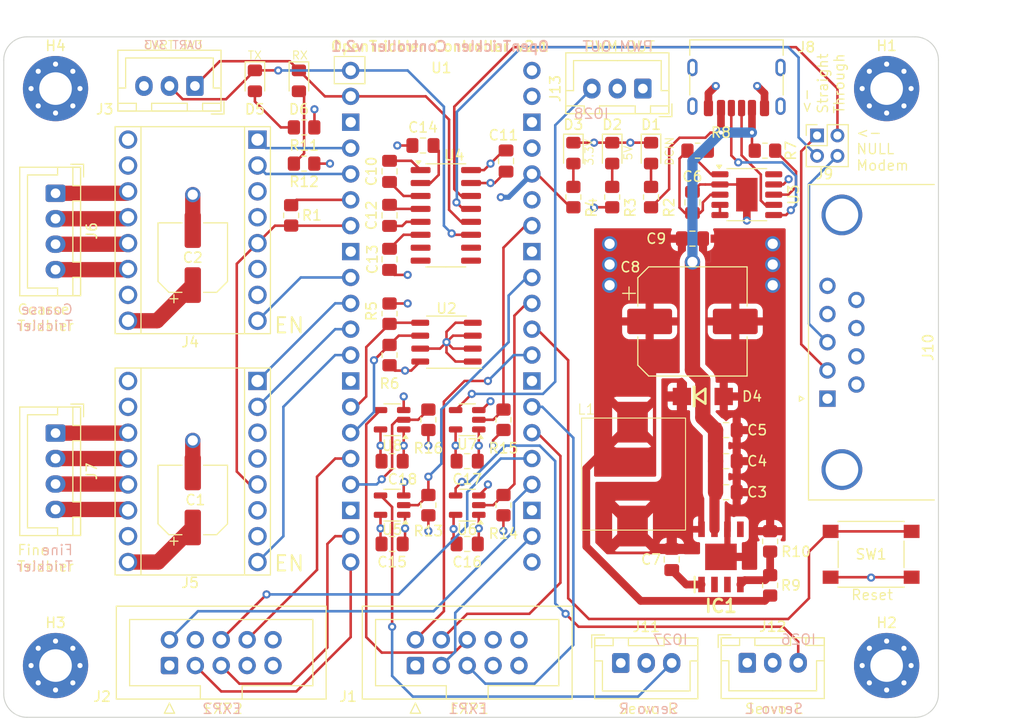
<source format=kicad_pcb>
(kicad_pcb (version 20241229) (generator "pcbnew") (generator_version "9.0")
  (layers (0 "F.Cu" signal) (4 "In1.Cu" power "GND") (6 "In2.Cu" power "PWR") (2 "B.Cu" signal) (13 "F.Paste" user) (15 "B.Paste" user) (5 "F.SilkS" user "F.Silkscreen") (7 "B.SilkS" user "B.Silkscreen") (1 "F.Mask" user) (3 "B.Mask" user) (25 "Edge.Cuts" user))
  (net 0 "")
  (net 1 "/power_supply/PH_NET")
  (net 2 "Net-(U4-C1-)")
  (net 3 "GND")
  (net 4 "+5V")
  (net 5 "Net-(U4-C1+)")
  (net 6 "Net-(U4-C2-)")
  (net 7 "Net-(U4-C2+)")
  (net 8 "Net-(U4-VS-)")
  (net 9 "M1_DIR")
  (net 10 "M1_STEP")
  (net 11 "M1_EN")
  (net 12 "M2_DIR")
  (net 13 "M2_STEP")
  (net 14 "Net-(U4-VS+)")
  (net 15 "M2_EN")
  (net 16 "Net-(D1-A)")
  (net 17 "Net-(D5-A)")
  (net 18 "Net-(D6-A)")
  (net 23 "LCD_CS")
  (net 24 "LCD_RST")
  (net 26 "BTN_ENC")
  (net 27 "LCD_A0")
  (net 28 "NEOPIXEL")
  (net 30 "Net-(J4-A1)")
  (net 31 "BTN_EN1")
  (net 32 "BTN_EN2")
  (net 33 "Net-(J4-B2)")
  (net 34 "LED_SCK")
  (net 36 "LCD_MOSI")
  (net 37 "BTN_RST")
  (net 38 "MOTOR_UART")
  (net 39 "SCALE_RXD")
  (net 40 "SCALE_TXD")
  (net 41 "UART1_TX")
  (net 42 "SCALE_UART_TX")
  (net 43 "SCALE_UART_RX")
  (net 44 "EEPROM_SDA")
  (net 45 "EEPROM_SCL")
  (net 46 "SPI0_MISO")
  (net 47 "PICO_RESET_BTN")
  (net 48 "Net-(IC1-BOOT)")
  (net 51 "Net-(IC1-VSENSE)")
  (net 54 "Net-(J4-B1)")
  (net 55 "Net-(J4-A2)")
  (net 56 "NEOPIXEL_5V")
  (net 57 "Net-(D2-A)")
  (net 58 "Net-(D3-A)")
  (net 59 "RS232_PIN2")
  (net 60 "RS232_PIN3")
  (net 61 "Net-(J11-Pin_3)")
  (net 62 "Net-(J12-Pin_3)")
  (net 63 "LOGIC_OUT_2")
  (net 64 "LOGIC_OUT_1")
  (net 65 "LOGIC_OUT_3")
  (net 66 "+3V3")
  (net 74 "/power_supply/CC2")
  (net 75 "VBUS")
  (net 76 "/power_supply/CC1")
  (net 77 "Net-(U3-VBUS)")
  (net 79 "/power_supply/CFG3")
  (net 80 "Net-(U3-DM)")
  (net 81 "Net-(J5-A1)")
  (net 82 "Net-(J5-B2)")
  (net 85 "Net-(J5-B1)")
  (net 86 "Net-(J5-A2)")
  (net 93 "Net-(J13-Pin_3)")
  (footprint "Diode_SMD:D_0805_2012Metric_Pad1.15x1.40mm_HandSolder" (layer "F.Cu") (at 125.984 85.582 -90)
    (property "Reference" "D3")
    (property "Value" "GREEN")
  )
  (footprint "Connector_JST:JST_XH_B3B-XH-A_1x03_P2.50mm_Vertical" (layer "F.Cu") (at 130.636 135.636)
    (property "Reference" "J11")
    (property "Value" "Conn_01x03_Pin")
  )
  (footprint "Resistor_SMD:R_0805_2012Metric_Pad1.20x1.40mm_HandSolder" (layer "F.Cu") (at 107.95 105.41 90)
    (property "Reference" "R6")
    (property "Value" "10K")
  )
  (footprint "Package_SO:SO-8_3.9x4.9mm_P1.27mm" (layer "F.Cu") (at 113.538 104.14 180)
    (property "Reference" "U2")
    (property "Value" "CAT24C256")
  )
  (footprint "Connector_JST:JST_XH_B3B-XH-A_1x03_P2.50mm_Vertical" (layer "F.Cu") (at 132.802 79.248 180)
    (property "Reference" "J13")
    (property "Value" "Conn_01x03_Pin")
  )
  (footprint "Resistor_SMD:R_0805_2012Metric_Pad1.20x1.40mm_HandSolder" (layer "F.Cu") (at 125.984 89.9 -90)
    (property "Reference" "R4")
    (property "Value" "300")
  )
  (footprint "Resistor_SMD:R_0805_2012Metric_Pad1.20x1.40mm_HandSolder" (layer "F.Cu") (at 99.568 83.058)
    (property "Reference" "R11")
    (property "Value" "1k")
  )
  (footprint "Resistor_SMD:R_0805_2012Metric_Pad1.20x1.40mm_HandSolder" (layer "F.Cu") (at 144.78 85.344)
    (property "Reference" "R7")
    (property "Value" "10k")
  )
  (footprint "library:Power Inductor 10x11" (layer "F.Cu") (at 126.7885 122.594 90)
    (property "Reference" "L1")
    (property "Value" "15uH")
  )
  (footprint "MountingHole:MountingHole_3.2mm_M3_Pad_Via" (layer "F.Cu") (at 156.718 79.248)
    (property "Reference" "H1")
    (property "Value" "~")
  )
  (footprint "Connector_JST:JST_XH_B3B-XH-A_1x03_P2.50mm_Vertical" (layer "F.Cu") (at 88.86 78.994 180)
    (property "Reference" "J3")
    (property "Value" "Conn_01x03_Socket")
  )
  (footprint "Resistor_SMD:R_0805_2012Metric_Pad1.20x1.40mm_HandSolder" (layer "F.Cu") (at 119.126 120.142 -90)
    (property "Reference" "R14")
    (property "Value" "4.7k")
  )
  (footprint "Capacitor_SMD:CP_Elec_6.3x7.7" (layer "F.Cu") (at 88.646 119.634 90)
    (property "Reference" "C1")
    (property "Value" "100uF")
  )
  (footprint "Capacitor_SMD:C_0805_2012Metric_Pad1.18x1.45mm_HandSolder" (layer "F.Cu") (at 107.95 87.376 -90)
    (property "Reference" "C10")
    (property "Value" "100nF")
  )
  (footprint "Button_Switch_SMD:SW_Push_1P1T_NO_6x6mm_H9.5mm" (layer "F.Cu") (at 155.194 124.968)
    (property "Reference" "SW1")
    (property "Value" "SW_Push")
  )
  (footprint "Package_SO:SOIC-16_3.9x9.9mm_P1.27mm" (layer "F.Cu") (at 113.473 91.694)
    (property "Reference" "U4")
    (property "Value" "MAX3232")
  )
  (footprint "Resistor_SMD:R_0805_2012Metric_Pad1.20x1.40mm_HandSolder" (layer "F.Cu") (at 133.604 89.9 -90)
    (property "Reference" "R2")
    (property "Value" "4.7k")
  )
  (footprint "Resistor_SMD:R_0805_2012Metric_Pad1.20x1.40mm_HandSolder" (layer "F.Cu") (at 98.298 91.694 90)
    (property "Reference" "R1")
    (property "Value" "1K")
  )
  (footprint "Capacitor_SMD:C_0805_2012Metric_Pad1.18x1.45mm_HandSolder" (layer "F.Cu") (at 108.204 123.952)
    (property "Reference" "C15")
    (property "Value" "100nF")
  )
  (footprint "Resistor_SMD:R_0805_2012Metric_Pad1.20x1.40mm_HandSolder" (layer "F.Cu") (at 138.176 85.344)
    (property "Reference" "R8")
    (property "Value" "1k")
  )
  (footprint "Capacitor_SMD:CP_Elec_10x10.5" (layer "F.Cu") (at 137.668 102.108)
    (property "Reference" "C8")
    (property "Value" "330uF")
  )
  (footprint "Capacitor_SMD:C_0805_2012Metric_Pad1.18x1.45mm_HandSolder" (layer "F.Cu") (at 119.38 86.36 -90)
    (property "Reference" "C11")
    (property "Value" "100nF")
  )
  (footprint "Diode_SMD:D_0805_2012Metric_Pad1.15x1.40mm_HandSolder" (layer "F.Cu") (at 133.604 85.582 -90)
    (property "Reference" "D1")
    (property "Value" "GREEN")
  )
  (footprint "Capacitor_SMD:C_0805_2012Metric_Pad1.18x1.45mm_HandSolder" (layer "F.Cu") (at 137.668 93.98)
    (property "Reference" "C9")
    (property "Value" "10nF")
  )
  (footprint "Diode_SMD:D_0805_2012Metric_Pad1.15x1.40mm_HandSolder" (layer "F.Cu") (at 94.742 78.486 -90)
    (property "Reference" "D5")
    (property "Value" "RED")
  )
  (footprint "Capacitor_SMD:C_0805_2012Metric_Pad1.18x1.45mm_HandSolder" (layer "F.Cu") (at 140.97 112.776)
    (property "Reference" "C5")
    (property "Value" "10nF")
  )
  (footprint "Resistor_SMD:R_0805_2012Metric_Pad1.20x1.40mm_HandSolder" (layer "F.Cu") (at 99.568 86.614)
    (property "Reference" "R12")
    (property "Value" "1k")
  )
  (footprint "Resistor_SMD:R_0805_2012Metric_Pad1.20x1.40mm_HandSolder" (layer "F.Cu") (at 145.288 123.698 90)
    (property "Reference" "R10")
    (property "Value" "3.16K")
  )
  (footprint "Resistor_SMD:R_0805_2012Metric_Pad1.20x1.40mm_HandSolder" (layer "F.Cu") (at 129.794 89.9 -90)
    (property "Reference" "R3")
    (property "Value" "680")
  )
  (footprint "Package_SO:SSOP-10-1EP_3.9x4.9mm_P1mm_EP2.1x3.3mm" (layer "F.Cu") (at 143.002 89.662)
    (property "Reference" "U3")
    (property "Value" "CH224K")
  )
  (footprint "Connector_IDC:IDC-Header_2x05_P2.54mm_Vertical" (layer "F.Cu") (at 110.49 135.89 90)
    (property "Reference" "J1")
    (property "Value" "EXP1")
  )
  (footprint "Package_TO_SOT_SMD:SOT-23-5" (layer "F.Cu") (at 108.204 120.142 180)
    (property "Reference" "U5")
    (property "Value" "74LVC1G125")
  )
  (footprint "Connector_Dsub:DSUB-9_Male_Horizontal_P2.77x2.84mm_EdgePinOffset7.70mm_Housed_MountingHolesOffset9.12mm" (layer "F.Cu") (at 150.911669 109.69 90)
    (property "Reference" "J10")
    (property "Value" "~")
  )
  (footprint "MountingHole:MountingHole_3.2mm_M3_Pad_Via" (layer "F.Cu") (at 156.718 135.89)
    (property "Reference" "H2")
    (property "Value" "~")
  )
  (footprint "Capacitor_SMD:CP_Elec_6.3x7.7" (layer "F.Cu") (at 88.646 95.84 90)
    (property "Reference" "C2")
    (property "Value" "100uF")
  )
  (footprint "Capacitor_SMD:C_0805_2012Metric_Pad1.18x1.45mm_HandSolder" (layer "F.Cu") (at 140.97 115.824)
    (property "Reference" "C4")
    (property "Value" "4.7uF")
  )
  (footprint "Connector_JST:JST_XH_B4B-XH-A_1x04_P2.50mm_Vertical" (layer "F.Cu") (at 75.184 89.528 -90)
    (property "Reference" "J6")
    (property "Value" "Motor 1")
  )
  (footprint "Connector_USB:USB_C_Receptacle_HRO_TYPE-C-31-M-17" (layer "F.Cu") (at 141.986 77.978 180)
    (property "Reference" "J8")
    (property "Value" "USB_C_Receptacle_USB2.0_14P")
  )
  (footprint "Capacitor_SMD:C_0805_2012Metric_Pad1.18x1.45mm_HandSolder" (layer "F.Cu") (at 137.668 90.424 90)
    (property "Reference" "C6")
    (property "Value" "1u")
  )
  (footprint "MountingHole:MountingHole_3.2mm_M3_Pad_Via" (layer "F.Cu") (at 75.184 79.248)
    (property "Reference" "H4")
    (property "Value" "~")
  )
  (footprint "Package_TO_SOT_SMD:SOT-23-5" (layer "F.Cu") (at 115.57 111.76 180)
    (property "Reference" "U7")
    (property "Value" "74LVC1G125")
  )
  (footprint "Connector_JST:JST_XH_B4B-XH-A_1x04_P2.50mm_Vertical" (layer "F.Cu") (at 75.184 113.07 -90)
    (property "Reference" "J7")
    (property "Value" "Motor 2")
  )
  (footprint "Connector_JST:JST_XH_B3B-XH-A_1x03_P2.50mm_Vertical" (layer "F.Cu") (at 143.042 135.619)
    (property "Reference" "J12")
    (property "Value" "Conn_01x03_Pin")
  )
  (footprint "RPI_Pico:RPi_Pico_FootprintOnly" (layer "F.Cu") (at 113.03 101.6)
    (property "Reference" "U1")
    (property "Value" "Pico")
  )
  (footprint "Capacitor_SMD:C_0805_2012Metric_Pad1.18x1.45mm_HandSolder" (layer "F.Cu") (at 115.57 123.952)
    (property "Reference" "C16")
    (property "Value" "100nF")
  )
  (footprint "Capacitor_SMD:C_0805_2012Metric_Pad1.18x1.45mm_HandSolder" (layer "F.Cu") (at 111.2305 84.836 180)
    (property "Reference" "C14")
    (property "Value" "100nF")
  )
  (footprint "Connector_IDC:IDC-Header_2x05_P2.54mm_Vertical" (layer "F.Cu") (at 86.36 135.89 90)
    (property "Reference" "J2")
    (property "Value" "EXP2")
  )
  (footprint "Capacitor_SMD:C_0805_2012Metric_Pad1.18x1.45mm_HandSolder" (layer "F.Cu") (at 115.57 115.824)
    (property "Reference" "C17")
    (property "Value" "100nF")
  )
  (footprint "library:DO-214AC" (layer "F.Cu") (at 138.684 109.474)
    (property "Reference" "D4")
    (property "Value" "SS54")
  )
  (footprint "Diode_SMD:D_0805_2012Metric_Pad1.15x1.40mm_HandSolder" (layer "F.Cu") (at 129.794 85.582 -90)
    (property "Reference" "D2")
    (property "Value" "GREEN")
  )
  (footprint "Resistor_SMD:R_0805_2012Metric_Pad1.20x1.40mm_HandSolder" (layer "F.Cu") (at 119.126 111.76 -90)
    (property "Reference" "R15")
    (property "Value" "4.7k")
  )
  (footprint "Package_TO_SOT_SMD:SOT-23-5" (layer "F.Cu") (at 108.204 111.76 180)
    (property "Reference" "U8")
    (property "Value" "74LVC1G125")
  )
  (footprint "Capacitor_SMD:C_0805_2012Metric_Pad1.18x1.45mm_HandSolder" (layer "F.Cu") (at 135.636 125.476 90)
    (property "Reference" "C7")
    (property "Value" "10nF")
  )
  (footprint "Resistor_SMD:R_0805_2012Metric_Pad1.20x1.40mm_HandSolder" (layer "F.Cu") (at 145.288 128.016 90)
    (property "Reference" "R9")
    (property "Value" "10K")
  )
  (footprint "Diode_SMD:D_0805_2012Metric_Pad1.15x1.40mm_HandSolder" (layer "F.Cu") (at 99.06 78.486 -90)
    (property "Reference" "D6")
    (property "Value" "BLUE")
  )
  (footprint "library:Conn_StepStick_smaller_hole" (layer "F.Cu") (at 94.996 107.95 180)
    (property "Reference" "J5")
    (property "Value" "TMC2209 Motor 2")
  )
  (footprint "Capacitor_SMD:C_0805_2012Metric_Pad1.18x1.45mm_HandSolder" (layer "F.Cu") (at 107.95 96.012 90)
    (property "Reference" "C13")
    (property "Value" "100nF")
  )
  (footprint "MountingHole:MountingHole_3.2mm_M3_Pad_Via" (layer "F.Cu") (at 75.184 135.89)
    (property "Reference" "H3")
    (property "Value" "~")
  )
  (footprint "library:SOIC127P600X170-9N" (layer "F.Cu") (at 140.462 125.222 90)
    (property "Reference" "IC1")
    (property "Value" "TPS5450DDA" (hide yes))
  )
  (footprint "Resistor_SMD:R_0805_2012Metric_Pad1.20x1.40mm_HandSolder" (layer "F.Cu") (at 107.95 101.346 -90)
    (property "Reference" "R5")
    (property "Value" "10K")
  )
  (footprint "Resistor_SMD:R_0805_2012Metric_Pad1.20x1.40mm_HandSolder" (layer "F.Cu") (at 111.76 120.142 -90)
    (property "Reference" "R13")
    (property "Value" "4.7k")
  )
  (footprint "library:Conn_StepStick_smaller_hole" (layer "F.Cu") (at 94.996 84.26 180)
    (property "Reference" "J4")
    (property "Value" "TMC2209 Motor 1")
  )
  (footprint "Connector_PinHeader_2.00mm:PinHeader_2x02_P2.00mm_Vertical" (layer "F.Cu") (at 149.892 83.852)
    (property "Reference" "J9")
    (property "Value" "Conn_02x02_Odd_Even")
  )
  (footprint "Capacitor_SMD:C_0805_2012Metric_Pad1.18x1.45mm_HandSolder" (layer "F.Cu") (at 107.95 91.694 -90)
    (property "Reference" "C12")
    (property "Value" "100nF")
  )
  (footprint "Package_TO_SOT_SMD:SOT-23-5" (layer "F.Cu") (at 115.57 120.142 180)
    (property "Reference" "U6")
    (property "Value" "74LVC1G125")
  )
  (footprint "Capacitor_SMD:C_0805_2012Metric_Pad1.18x1.45mm_HandSolder" (layer "F.Cu") (at 140.97 118.872)
    (property "Reference" "C3")
    (property "Value" "4.7uF")
  )
  (footprint "Capacitor_SMD:C_0805_2012Metric_Pad1.18x1.45mm_HandSolder" (layer "F.Cu") (at 108.204 115.824)
    (property "Reference" "C18")
    (property "Value" "100nF")
  )
  (footprint "Resistor_SMD:R_0805_2012Metric_Pad1.20x1.40mm_HandSolder" (layer "F.Cu") (at 111.76 111.76 -90)
    (property "Reference" "R16")
    (property "Value" "4.7k")
  )
  (gr_arc (start 161.798 138.684) (mid 161.128446 140.300446) (end 159.512 140.97) (stroke (width 0.1)) (layer "Edge.Cuts"))
  (gr_line (start 161.798 76.454) (end 161.798 138.684) (stroke (width 0.1)) (layer "Edge.Cuts"))
  (gr_arc (start 70.104 76.454) (mid 70.773554 74.837554) (end 72.39 74.168) (stroke (width 0.1)) (layer "Edge.Cuts"))
  (gr_line (start 159.512 140.97) (end 72.39 140.97) (stroke (width 0.1)) (layer "Edge.Cuts"))
  (gr_arc (start 159.512 74.168) (mid 161.128446 74.837554) (end 161.798 76.454) (stroke (width 0.1)) (layer "Edge.Cuts"))
  (gr_arc (start 72.39 140.97) (mid 70.773554 140.300446) (end 70.104 138.684) (stroke (width 0.1)) (layer "Edge.Cuts"))
  (gr_line (start 72.39 74.168) (end 159.512 74.168) (stroke (width 0.1)) (layer "Edge.Cuts"))
  (gr_line (start 70.104 138.684) (end 70.104 76.454) (stroke (width 0.1)) (layer "Edge.Cuts"))
  (gr_text "EXP2" (at 89.662 140.716 0) (layer "F.SilkS") (effects (font (size 1 1) (thickness 0.125)) (justify left bottom)))
  (gr_text "<-\nNULL\nModem" (at 153.67 87.376 0) (layer "F.SilkS") (effects (font (size 1 1) (thickness 0.125)) (justify left bottom)))
  (gr_text "RX" (at 98.298 76.454 0) (layer "F.SilkS") (effects (font (size 0.8 0.8) (thickness 0.1)) (justify left bottom)))
  (gr_text "Coarse\nTrickler" (at 71.374 103.124 0) (layer "F.SilkS") (effects (font (size 1 1) (thickness 0.125)) (justify left bottom)))
  (gr_text "Servo R" (at 130.302 140.716 0) (layer "F.SilkS") (effects (font (size 1 1) (thickness 0.125)) (justify left bottom)))
  (gr_text "UART 3V3" (at 83.82 75.438 0) (layer "F.SilkS") (effects (font (size 0.8 0.8) (thickness 0.1)) (justify left bottom)))
  (gr_text "Fine\nTrickler" (at 71.374 126.746 0) (layer "F.SilkS") (effects (font (size 1 1) (thickness 0.125)) (justify left bottom)))
  (gr_text "PWM OUT" (at 127 75.692 0) (layer "F.SilkS") (effects (font (size 1 1) (thickness 0.125)) (justify left bottom)))
  (gr_text "3.3V" (at 128.016 86.868 90) (layer "F.SilkS") (effects (font (size 0.8 0.8) (thickness 0.1)) (justify left bottom)))
  (gr_text "<-\nStraight\nThrough" (at 152.654 81.788 90) (layer "F.SilkS") (effects (font (size 1 1) (thickness 0.125)) (justify left bottom)))
  (gr_text "5V" (at 131.826 86.36 90) (layer "F.SilkS") (effects (font (size 0.8 0.8) (thickness 0.1)) (justify left bottom)))
  (gr_text "OpenTrickler Controller v2.1" (at 102.108 75.692 0) (layer "F.SilkS") (effects (font (size 1 1) (thickness 0.1875)) (justify left bottom)))
  (gr_text "Reset" (at 153.162 129.54 0) (layer "F.SilkS") (effects (font (size 1 1) (thickness 0.125)) (justify left bottom)))
  (gr_text "Servo L" (at 142.748 140.716 0) (layer "F.SilkS") (effects (font (size 1 1) (thickness 0.125)) (justify left bottom)))
  (gr_text "TX" (at 93.98 76.454 0) (layer "F.SilkS") (effects (font (size 0.8 0.8) (thickness 0.1)) (justify left bottom)))
  (gr_text "EN" (at 96.52 126.746 0) (layer "F.SilkS") (effects (font (size 1.5 1.5) (thickness 0.1875)) (justify left bottom)))
  (gr_text "EN" (at 96.52 103.378 0) (layer "F.SilkS") (effects (font (size 1.5 1.5) (thickness 0.1875)) (justify left bottom)))
  (gr_text "EXP1" (at 113.792 140.716 0) (layer "F.SilkS") (effects (font (size 1 1) (thickness 0.125)) (justify left bottom)))
  (gr_text "DCIN" (at 135.89 86.868 90) (layer "F.SilkS") (effects (font (size 0.8 0.8) (thickness 0.1)) (justify left bottom)))
  (gr_text "IO28" (at 129.54 82.296 0) (layer "B.SilkS") (effects (font (size 1 1) (thickness 0.125)) (justify left bottom mirror)))
  (gr_text "Servo R" (at 136.398 140.716 0) (layer "B.SilkS") (effects (font (size 1 1) (thickness 0.125)) (justify left bottom mirror)))
  (gr_text "Servo L" (at 148.59 140.716 0) (layer "B.SilkS") (effects (font (size 1 1) (thickness 0.125)) (justify left bottom mirror)))
  (gr_text "UART 3V3" (at 89.662 75.438 0) (layer "B.SilkS") (effects (font (size 0.8 0.8) (thickness 0.1)) (justify left bottom mirror)))
  (gr_text "PWM OUT" (at 133.858 75.692 0) (layer "B.SilkS") (effects (font (size 1 1) (thickness 0.125)) (justify left bottom mirror)))
  (gr_text "EXP1" (at 117.602 140.716 0) (layer "B.SilkS") (effects (font (size 1 1) (thickness 0.125)) (justify left bottom mirror)))
  (gr_text "Fine\nTrickler" (at 76.962 126.746 0) (layer "B.SilkS") (effects (font (size 1 1) (thickness 0.125)) (justify left bottom mirror)))
  (gr_text "IO27" (at 137.286 133.936 0) (layer "B.SilkS") (effects (font (size 1 1) (thickness 0.125)) (justify left bottom mirror)))
  (gr_text "OpenTrickler Controller v2.1" (at 123.698 75.692 0) (layer "B.SilkS") (effects (font (size 1 1) (thickness 0.1875)) (justify left bottom mirror)))
  (gr_text "IO26" (at 149.86 133.919 0) (layer "B.SilkS") (effects (font (size 1 1) (thickness 0.125)) (justify left bottom mirror)))
  (gr_text "Coarse\nTrickler" (at 76.962 103.124 0) (layer "B.SilkS") (effects (font (size 1 1) (thickness 0.125)) (justify left bottom mirror)))
  (gr_text "EXP2" (at 93.472 140.716 0) (layer "B.SilkS") (effects (font (size 1 1) (thickness 0.125)) (justify left bottom mirror)))
  (segment (start 107.95 88.4135) (end 109.3255 89.789) (width 0.25) (layer "F.Cu") (net 2))
  (segment (start 109.3255 89.789) (end 110.998 89.789) (width 0.25) (layer "F.Cu") (net 2))
  (segment (start 138.938 88.662) (end 138.3925 88.662) (width 0.25) (layer "F.Cu") (net 3))
  (segment (start 113.538 104.14) (end 114.173 103.505) (width 0.25) (layer "F.Cu") (net 3))
  (segment (start 155.23 127.218) (end 155.194 127.254) (width 0.25) (layer "F.Cu") (net 3))
  (segment (start 113.538 104.14) (end 113.538 103.124) (width 0.25) (layer "F.Cu") (net 3))
  (segment (start 109.3415 114.3) (end 109.3415 115.724) (width 0.25) (layer "F.Cu") (net 3))
  (segment (start 125.984 84.557) (end 128.016 84.557) (width 0.25) (layer "F.Cu") (net 3))
  (segment (start 140.3645 88.662) (end 142.002 88.662) (width 0.25) (layer "F.Cu") (net 3))
  (segment (start 119.121347 122.677347) (end 119.121347 121.146653) (width 0.25) (layer "F.Cu") (net 3))
  (segment (start 115.948 88.519) (end 117.856 88.519) (width 0.25) (layer "F.Cu") (net 3))
  (segment (start 116.7075 122.428) (end 116.7075 123.852) (width 0.25) (layer "F.Cu") (net 3))
  (segment (start 143.002 89.662) (end 143.002 92.202) (width 0.75) (layer "F.Cu") (net 3))
  (segment (start 118.11 114.3) (end 118.11 113.776) (width 0.25) (layer "F.Cu") (net 3))
  (segment (start 138.938 88.662) (end 140.3645 88.662) (width 0.25) (layer "F.Cu") (net 3))
  (segment (start 111.76 121.142) (end 111.76 122.682) (width 0.25) (layer "F.Cu") (net 3))
  (segment (start 110.193 84.836) (end 108.712 84.836) (width 0.25) (layer "F.Cu") (net 3))
  (segment (start 116.7075 114.3) (end 116.7075 112.71) (width 0.25) (layer "F.Cu") (net 3))
  (segment (start 116.991 110.81) (end 117.856 109.945) (width 0.25) (layer "F.Cu") (net 3))
  (segment (start 114.173 103.505) (end 116.113 103.505) (width 0.25) (layer "F.Cu") (net 3))
  (segment (start 116.7075 115.724) (end 116.6075 115.824) (width 0.25) (layer "F.Cu") (net 3))
  (segment (start 151.219 127.218) (end 155.158 127.218) (width 0.25) (layer "F.Cu") (net 3))
  (segment (start 113.538 104.14) (end 114.173 104.775) (width 0.25) (layer "F.Cu") (net 3))
  (segment (start 159.169 127.218) (end 155.23 127.218) (width 0.25) (layer "F.Cu") (net 3))
  (segment (start 146.579 88.662) (end 145.6395 88.662) (width 0.25) (layer "F.Cu") (net 3))
  (segment (start 109.3415 117.925) (end 109.3415 119.192) (width 0.25) (layer "F.Cu") (net 3))
  (segment (start 131.572 84.557) (end 133.604 84.557) (width 0.25) (layer "F.Cu") (net 3))
  (segment (start 141.097 124.587) (end 140.462 125.222) (width 0.762) (layer "F.Cu") (net 3))
  (segment (start 109.4105 117.856) (end 109.3415 117.925) (width 0.25) (layer "F.Cu") (net 3))
  (segment (start 141.097 122.51) (end 141.097 124.587) (width 0.6096) (layer "F.Cu") (net 3))
  (segment (start 117.856 88.519) (end 118.2585 88.519) (width 0.25) (layer "F.Cu") (net 3))
  (segment (start 118.2585 88.519) (end 119.38 87.3975) (width 0.25) (layer "F.Cu") (net 3))
  (segment (start 111.76 112.76) (end 111.76 114.3) (width 0.25) (layer "F.Cu") (net 3))
  (segment (start 128.016 84.557) (end 129.794 84.557) (width 0.25) (layer "F.Cu") (net 3))
  (segment (start 88.646 93.14) (end 88.646 89.662) (width 1.5) (layer "F.Cu") (net 3))
  (segment (start 109.474 123.7195) (end 109.2415 123.952) (width 0.25) (layer "F.Cu") (net 3))
  (segment (start 109.474 122.428) (end 109.474 123.7195) (width 0.25) (layer "F.Cu") (net 3))
  (segment (start 109.474 122.428) (end 109.474 121.2245) (width 0.25) (layer "F.Cu") (net 3))
  (segment (start 144.736 79.712) (end 144.736 81.158) (width 0.75) (layer "F.Cu") (net 3))
  (segment (start 139.236 79.712) (end 139.236 81.158) (width 0.75) (layer "F.Cu") (net 3))
  (segment (start 113.538 105.156) (end 114.427 106.045) (width 0.25) (layer "F.Cu") (net 3))
  (segment (start 138.3925 88.662) (end 137.668 89.3865) (width 0.25) (layer "F.Cu") (net 3))
  (segment (start 119.121347 121.146653) (end 119.126 121.142) (width 0.25) (layer "F.Cu") (net 3))
  (segment (start 142.002 88.662) (end 143.002 89.662) (width 0.25) (layer "F.Cu") (net 3))
  (segment (start 114.427 102.235) (end 116.113 102.235) (width 0.25) (layer "F.Cu") (net 3))
  (segment (start 117.602 118.11) (end 117.602 118.2975) (width 0.25) (layer "F.Cu") (net 3))
  (segment (start 116.7075 122.428) (end 116.7075 121.092) (width 0.25) (layer "F.Cu") (net 3))
  (segment (start 116.7075 114.3) (end 116.7075 115.724) (width 0.25) (layer "F.Cu") (net 3))
  (segment (start 117.602 118.2975) (end 116.7075 119.192) (width 0.25) (layer "F.Cu") (net 3))
  (segment (start 155.158 127.218) (end 155.194 127.254) (width 0.25) (layer "F.Cu") (net 3))
  (segment (start 88.646 113.792) (end 88.646 116.934) (width 1.5) (layer "F.Cu") (net 3))
  (segment (start 147.103 88.138) (end 146.579 88.662) (width 0.25) (layer "F.Cu") (net 3))
  (segment (start 139.954 78.994) (end 139.236 79.712) (width 0.75) (layer "F.Cu") (net 3))
  (segment (start 109.3415 109.474) (end 109.3415 110.81) (width 0.25) (layer "F.Cu") (net 3))
  (segment (start 113.538 104.14) (end 113.538 105.156) (width 0.25) (layer "F.Cu") (net 3))
  (segment (start 129.794 84.557) (end 131.572 84.557) (width 0.25) (layer "F.Cu") (net 3))
  (segment (start 109.728 97.536) (end 108.4365 97.536) (width 0.25) (layer "F.Cu") (net 3))
  (segment (start 108.4365 97.536) (end 107.95 97.0495) (width 0.25) (layer "F.Cu") (net 3))
  (segment (start 109.3415 114.3) (end 109.3415 112.71) (width 0.25) (layer "F.Cu") (net 3))
  (segment (start 109.474 121.2245) (end 109.3415 121.092) (width 0.25) (layer "F.Cu") (net 3))
  (segment (start 114.427 106.045) (end 116.113 106.045) (width 0.25) (layer "F.Cu") (net 3))
  (segment (start 110.963 104.775) (end 112.903 104.775) (width 0.25) (layer "F.Cu") (net 3))
  (segment (start 109.3415 115.724) (end 109.2415 115.824) (width 0.25) (layer "F.Cu") (net 3))
  (segment (start 116.7075 110.81) (end 116.991 110.81) (width 0.25) (layer "F.Cu") (net 3))
  (segment (start 112.903 104.775) (end 113.538 104.14) (width 0.25) (layer "F.Cu") (net 3))
  (segment (start 118.11 113.776) (end 119.126 112.76) (width 0.25) (layer "F.Cu") (net 3))
  (segment (start 114.173 104.775) (end 116.113 104.775) (width 0.25) (layer "F.Cu") (net 3))
  (segment (start 116.7075 123.852) (end 116.6075 123.952) (width 0.25) (layer "F.Cu") (net 3))
  (segment (start 113.538 103.124) (end 114.427 102.235) (width 0.25) (layer "F.Cu") (net 3))
  (segment (start 144.018 78.994) (end 144.736 79.712) (width 0.75) (layer "F.Cu") (net 3))
  (via (at 109.474 122.428) (size 0.8) (drill 0.4) (layers "F.Cu" "B.Cu") (net 3))
  (via (at 145.542 96.52) (size 1.5) (drill 1) (layers "F.Cu" "B.Cu") (net 3))
  (via (at 109.3415 114.3) (size 0.8) (drill 0.4) (layers "F.Cu" "B.Cu") (net 3))
  (via (at 109.3415 109.474) (size 0.8) (drill 0.4) (layers "F.Cu" "B.Cu") (net 3))
  (via (at 109.4105 117.856) (size 0.8) (drill 0.4) (layers "F.Cu" "B.Cu") (net 3))
  (via (at 117.602 118.11) (size 0.8) (drill 0.4) (layers "F.Cu" "B.Cu") (net 3))
  (via (at 128.016 84.557) (size 0.8) (drill 0.4) (layers "F.Cu" "B.Cu") (net 3))
  (via (at 111.76 122.682) (size 0.8) (drill 0.4) (layers "F.Cu" "B.Cu") (net 3))
  (via (at 111.76 114.3) (size 0.8) (drill 0.4) (layers "F.Cu" "B.Cu") (net 3))
  (via (at 116.7075 114.3) (size 0.8) (drill 0.4) (layers "F.Cu" "B.Cu") (net 3))
  (via (at 144.018 78.994) (size 0.8) (drill 0.4) (layers "F.Cu" "B.Cu") (net 3))
  (via (at 109.728 97.536) (size 0.8) (drill 0.4) (layers "F.Cu" "B.Cu") (net 3))
  (via (at 116.7075 122.428) (size 0.8) (drill 0.4) (layers "F.Cu" "B.Cu") (net 3))
  (via (at 88.646 89.662) (size 1.5) (drill 1) (layers "F.Cu" "B.Cu") (net 3))
  (via (at 117.856 109.945) (size 0.8) (drill 0.4) (layers "F.Cu" "B.Cu") (net 3))
  (via (at 155.194 127.254) (size 0.8) (drill 0.4) (layers "F.Cu" "B.Cu") (net 3))
  (via (at 147.103 88.138) (size 0.8) (drill 0.4) (layers "F.Cu" "B.Cu") (net 3))
  (via (at 145.542 94.488) (size 1.5) (drill 1) (layers "F.Cu" "B.Cu") (net 3))
  (via (at 143.002 92.202) (size 0.8) (drill 0.4) (layers "F.Cu" "B.Cu") (net 3))
  (via (at 113.538 104.14) (size 0.8) (drill 0.4) (layers "F.Cu" "B.Cu") (net 3))
  (via (at 88.646 113.792) (size 1.5) (drill 1) (layers "F.Cu" "B.Cu") (net 3))
  (via (at 108.712 84.836) (size 0.8) (drill 0.4) (layers "F.Cu" "B.Cu") (net 3))
  (via (at 117.856 88.519) (size 0.8) (drill 0.4) (layers "F.Cu" "B.Cu") (net 3))
  (via (at 139.954 78.994) (size 0.8) (drill 0.4) (layers "F.Cu" "B.Cu") (net 3))
  (via (at 131.572 84.557) (size 0.8) (drill 0.4) (layers "F.Cu" "B.Cu") (net 3))
  (via (at 145.542 98.552) (size 1.5) (drill 1) (layers "F.Cu" "B.Cu") (net 3))
  (via (at 119.121347 122.677347) (size 0.8) (drill 0.4) (layers "F.Cu" "B.Cu") (net 3))
  (via (at 118.11 114.3) (size 0.8) (drill 0.4) (layers "F.Cu" "B.Cu") (net 3))
  (segment (start 114.234597 122.484097) (end 114.234597 123.654097) (width 0.25) (layer "F.Cu") (net 4))
  (segment (start 127.254 116.5285) (end 131.7885 111.994) (width 0.762) (layer "F.Cu") (net 4))
  (segment (start 107.0665 115.724) (end 107.1665 115.824) (width 0.25) (layer "F.Cu") (net 4))
  (segment (start 114.234597 123.654097) (end 114.5325 123.952) (width 0.25) (layer "F.Cu") (net 4))
  (segment (start 129.794 90.9) (end 128.048 90.9) (width 0.25) (layer "F.Cu") (net 4))
  (segment (start 107.0665 122.428) (end 107.0665 123.852) (width 0.25) (layer "F.Cu") (net 4))
  (segment (start 107.0665 121.092) (end 107.0665 122.428) (width 0.25) (layer "F.Cu") (net 4))
  (segment (start 128.048 90.9) (end 128.016 90.932) (width 0.25) (layer "F.Cu") (net 4))
  (segment (start 107.0665 123.852) (end 107.1665 123.952) (width 0.25) (layer "F.Cu") (net 4))
  (segment (start 145.288 129.016) (end 144.764 129.54) (width 0.762) (layer "F.Cu") (net 4))
  (segment (start 114.234597 121.289903) (end 114.4325 121.092) (width 0.25) (layer "F.Cu") (net 4))
  (segment (start 144.764 129.54) (end 132.588 129.54) (width 0.762) (layer "F.Cu") (net 4))
  (segment (start 132.588 129.54) (end 127.254 124.206) (width 0.762) (layer "F.Cu") (net 4))
  (segment (start 114.4325 115.724) (end 114.5325 115.824) (width 0.25) (layer "F.Cu") (net 4))
  (segment (start 114.4325 114.3) (end 114.4325 112.71) (width 0.25) (layer "F.Cu") (net 4))
  (segment (start 127.254 124.206) (end 127.254 116.5285) (width 0.762) (layer "F.Cu") (net 4))
  (segment (start 107.0665 114.3) (end 107.0665 115.724) (width 0.25) (layer "F.Cu") (net 4))
  (segment (start 114.234597 122.484097) (end 114.234597 121.289903) (width 0.25) (layer "F.Cu") (net 4))
  (segment (start 114.4325 114.3) (end 114.4325 115.724) (width 0.25) (layer "F.Cu") (net 4))
  (segment (start 107.0665 112.71) (end 107.0665 114.3) (width 0.25) (layer "F.Cu") (net 4))
  (via (at 114.4325 114.3) (size 0.8) (drill 0.4) (layers "F.Cu" "B.Cu") (net 4))
  (via (at 107.0665 114.3) (size 0.8) (drill 0.4) (layers "F.Cu" "B.Cu") (net 4))
  (via (at 107.0665 122.428) (size 0.8) (drill 0.4) (layers "F.Cu" "B.Cu") (net 4))
  (via (at 128.016 90.932) (size 0.8) (drill 0.4) (layers "F.Cu" "B.Cu") (net 4))
  (via (at 114.234597 122.484097) (size 0.8) (drill 0.4) (layers "F.Cu" "B.Cu") (net 4))
  (via (at 129.54 96.52) (size 1.5) (drill 1) (layers "F.Cu" "B.Cu") (net 4))
  (via (at 129.54 94.488) (size 1.5) (drill 1) (layers "F.Cu" "B.Cu") (net 4))
  (via (at 129.54 98.552) (size 1.5) (drill 1) (layers "F.Cu" "B.Cu") (net 4))
  (segment (start 107.95 86.3385) (end 110.0875 86.3385) (width 0.25) (layer "F.Cu") (net 5))
  (segment (start 110.0875 86.3385) (end 110.998 87.249) (width 0.25) (layer "F.Cu") (net 5))
  (segment (start 107.95 92.7315) (end 109.1985 92.7315) (width 0.25) (layer "F.Cu") (net 6))
  (segment (start 109.1985 92.7315) (end 109.601 92.329) (width 0.25) (layer "F.Cu") (net 6))
  (segment (start 109.601 92.329) (end 110.998 92.329) (width 0.25) (layer "F.Cu") (net 6))
  (segment (start 108.3525 91.059) (end 110.998 91.059) (width 0.25) (layer "F.Cu") (net 7))
  (segment (start 107.95 90.6565) (end 108.3525 91.059) (width 0.25) (layer "F.Cu") (net 7))
  (segment (start 109.3255 93.599) (end 110.998 93.599) (width 0.25) (layer "F.Cu") (net 8))
  (segment (start 107.95 94.9745) (end 109.3255 93.599) (width 0.25) (layer "F.Cu") (net 8))
  (segment (start 104.14 85.09) (end 95.826 85.09) (width 0.25) (layer "B.Cu") (net 9))
  (segment (start 95.826 85.09) (end 94.996 84.26) (width 0.25) (layer "B.Cu") (net 9))
  (segment (start 95.826 87.63) (end 94.996 86.8) (width 0.25) (layer "B.Cu") (net 10))
  (segment (start 104.14 87.63) (end 95.826 87.63) (width 0.25) (layer "B.Cu") (net 10))
  (segment (start 104.14 97.79) (end 99.246 97.79) (width 0.25) (layer "B.Cu") (net 11))
  (segment (start 99.246 97.79) (end 94.996 102.04) (width 0.25) (layer "B.Cu") (net 11))
  (segment (start 102.616 100.33) (end 94.996 107.95) (width 0.25) (layer "B.Cu") (net 12))
  (segment (start 104.14 100.33) (end 102.616 100.33) (width 0.25) (layer "B.Cu") (net 12))
  (segment (start 102.616 102.87) (end 94.996 110.49) (width 0.25) (layer "B.Cu") (net 13))
  (segment (start 104.14 102.87) (end 102.616 102.87) (width 0.25) (layer "B.Cu") (net 13))
  (segment (start 112.268 84.836) (end 112.776 85.344) (width 0.25) (layer "F.Cu") (net 14))
  (segment (start 112.776 87.715999) (end 111.972999 88.519) (width 0.25) (layer "F.Cu") (net 14))
  (segment (start 112.776 85.344) (end 112.776 87.715999) (width 0.25) (layer "F.Cu") (net 14))
  (segment (start 111.972999 88.519) (end 110.998 88.519) (width 0.25) (layer "F.Cu") (net 14))
  (segment (start 97.536 110.49) (end 97.536 123.19) (width 0.25) (layer "B.Cu") (net 15))
  (segment (start 104.14 105.41) (end 102.616 105.41) (width 0.25) (layer "B.Cu") (net 15))
  (segment (start 102.616 105.41) (end 97.536 110.49) (width 0.25) (layer "B.Cu") (net 15))
  (segment (start 97.536 123.19) (end 94.996 125.73) (width 0.25) (layer "B.Cu") (net 15))
  (segment (start 133.604 86.607) (end 133.604 88.9) (width 0.25) (layer "F.Cu") (net 16))
  (segment (start 97.282 83.058) (end 98.568 83.058) (width 0.25) (layer "F.Cu") (net 17))
  (segment (start 94.742 80.518) (end 97.282 83.058) (width 0.25) (layer "F.Cu") (net 17))
  (segment (start 94.742 79.511) (end 94.742 80.518) (width 0.25) (layer "F.Cu") (net 17))
  (segment (start 98.568 86.614) (end 99.568 85.614) (width 0.25) (layer "F.Cu") (net 18))
  (segment (start 99.568 80.019) (end 99.06 79.511) (width 0.25) (layer "F.Cu") (net 18))
  (segment (start 99.568 85.614) (end 99.568 80.019) (width 0.25) (layer "F.Cu") (net 18))
  (segment (start 114.395 130.715) (end 121.92 123.19) (width 0.25) (layer "B.Cu") (net 23))
  (segment (start 113.03 135.89) (end 114.395 134.525) (width 0.25) (layer "B.Cu") (net 23))
  (segment (start 114.395 134.525) (end 114.395 130.715) (width 0.25) (layer "B.Cu") (net 23))
  (segment (start 117.348 137.668) (end 122.174 137.668) (width 0.25) (layer "B.Cu") (net 24))
  (segment (start 125.984 113.538) (end 122.936 110.49) (width 0.25) (layer "B.Cu") (net 24))
  (segment (start 122.174 137.668) (end 125.984 133.858) (width 0.25) (layer "B.Cu") (net 24))
  (segment (start 125.984 133.858) (end 125.984 113.538) (width 0.25) (layer "B.Cu") (net 24))
  (segment (start 122.936 110.49) (end 121.92 110.49) (width 0.25) (layer "B.Cu") (net 24))
  (segment (start 115.57 135.89) (end 117.348 137.668) (width 0.25) (layer "B.Cu") (net 24))
  (segment (start 113.284 109.982) (end 113.284 130.556) (width 0.25) (layer "F.Cu") (net 26))
  (segment (start 117.602 107.95) (end 115.316 107.95) (width 0.25) (layer "F.Cu") (net 26))
  (segment (start 113.284 130.556) (end 110.49 133.35) (width 0.25) (layer "F.Cu") (net 26))
  (segment (start 115.316 107.95) (end 113.284 109.982) (width 0.25) (layer "F.Cu") (net 26))
  (via (at 117.602 107.95) (size 0.8) (drill 0.4) (layers "F.Cu" "B.Cu") (net 26))
  (segment (start 120.142 105.41) (end 121.92 105.41) (width 0.25) (layer "B.Cu") (net 26))
  (segment (start 117.602 107.95) (end 120.142 105.41) (width 0.25) (layer "B.Cu") (net 26))
  (segment (start 115.57 130.81) (end 121.666 130.81) (width 0.25) (layer "F.Cu") (net 27))
  (segment (start 124.714 127.762) (end 124.714 115.316) (width 0.25) (layer "F.Cu") (net 27))
  (segment (start 121.666 130.81) (end 124.714 127.762) (width 0.25) (layer "F.Cu") (net 27))
  (segment (start 113.03 133.35) (end 115.57 130.81) (width 0.25) (layer "F.Cu") (net 27))
  (segment (start 124.714 115.316) (end 122.428 113.03) (width 0.25) (layer "F.Cu") (net 27))
  (segment (start 122.428 113.03) (end 121.92 113.03) (width 0.25) (layer "F.Cu") (net 27))
  (segment (start 107.188 117.602) (end 108.204 116.586) (width 0.25) (layer "F.Cu") (net 28))
  (segment (start 110.76 111.76) (end 111.76 110.76) (width 0.25) (layer "F.Cu") (net 28))
  (segment (start 109.3415 111.76) (end 110.76 111.76) (width 0.25) (layer "F.Cu") (net 28))
  (segment (start 108.204 116.586) (end 108.204 112.268) (width 0.25) (layer "F.Cu") (net 28))
  (segment (start 108.204 112.268) (end 108.712 111.76) (width 0.25) (layer "F.Cu") (net 28))
  (segment (start 108.712 111.76) (end 109.3415 111.76) (width 0.25) (layer "F.Cu") (net 28))
  (via (at 107.188 117.602) (size 0.8) (drill 0.4) (layers "F.Cu" "B.Cu") (net 28))
  (segment (start 106.68 118.11) (end 104.14 118.11) (width 0.25) (layer "B.Cu") (net 28))
  (segment (start 107.188 117.602) (end 106.68 118.11) (width 0.25) (layer "B.Cu") (net 28))
  (segment (start 75.184 94.528) (end 82.188 94.528) (width 1.5) (layer "F.Cu") (net 30))
  (segment (start 82.188 94.528) (end 82.296 94.42) (width 1) (layer "F.Cu") (net 30))
  (segment (start 91.44 138.43) (end 88.9 135.89) (width 0.25) (layer "F.Cu") (net 31))
  (segment (start 104.14 133.096) (end 98.806 138.43) (width 0.25) (layer "F.Cu") (net 31))
  (segment (start 98.806 138.43) (end 91.44 138.43) (width 0.25) (layer "F.Cu") (net 31))
  (segment (start 104.14 125.73) (end 104.14 133.096) (width 0.25) (layer "F.Cu") (net 31))
  (segment (start 93.218 137.668) (end 98.298 137.668) (width 0.25) (layer "F.Cu") (net 32))
  (segment (start 98.298 137.668) (end 101.854 134.112) (width 0.25) (layer "F.Cu") (net 32))
  (segment (start 101.854 134.112) (end 101.854 123.952) (width 0.25) (layer "F.Cu") (net 32))
  (segment (start 102.616 123.19) (end 104.14 123.19) (width 0.25) (layer "F.Cu") (net 32))
  (segment (start 101.854 123.952) (end 102.616 123.19) (width 0.25) (layer "F.Cu") (net 32))
  (segment (start 91.44 135.89) (end 93.218 137.668) (width 0.25) (layer "F.Cu") (net 32))
  (segment (start 75.184 89.528) (end 82.108 89.528) (width 1.5) (layer "F.Cu") (net 33))
  (segment (start 82.108 89.528) (end 82.296 89.34) (width 1) (layer "F.Cu") (net 33))
  (segment (start 120.142 119.888) (end 120.142 122.682) (width 0.25) (layer "B.Cu") (net 34))
  (segment (start 89.154 130.556) (end 86.36 133.35) (width 0.25) (layer "B.Cu") (net 34))
  (segment (start 121.92 118.11) (end 120.142 119.888) (width 0.25) (layer "B.Cu") (net 34))
  (segment (start 112.268 130.556) (end 89.154 130.556) (width 0.25) (layer "B.Cu") (net 34))
  (segment (start 120.142 122.682) (end 112.268 130.556) (width 0.25) (layer "B.Cu") (net 34))
  (segment (start 95.885 128.905) (end 91.44 133.35) (width 0.25) (layer "F.Cu") (net 36))
  (via (at 95.885 128.905) (size 0.8) (drill 0.4) (layers "F.Cu" "B.Cu") (net 36))
  (segment (start 95.885 128.905) (end 108.839 128.905) (width 0.25) (layer "B.Cu") (net 36))
  (segment (start 118.862695 115.57) (end 121.92 115.57) (width 0.25) (layer "B.Cu") (net 36))
  (segment (start 108.839 128.905) (end 115.57 122.174) (width 0.25) (layer "B.Cu") (net 36))
  (segment (start 115.57 118.862695) (end 118.862695 115.57) (width 0.25) (layer "B.Cu") (net 36))
  (segment (start 115.57 122.174) (end 115.57 118.862695) (width 0.25) (layer "B.Cu") (net 36))
  (segment (start 100.838 117.348) (end 102.616 115.57) (width 0.25) (layer "F.Cu") (net 37))
  (segment (start 100.838 126.492) (end 100.838 117.348) (width 0.25) (layer "F.Cu") (net 37))
  (segment (start 102.616 115.57) (end 104.14 115.57) (width 0.25) (layer "F.Cu") (net 37))
  (segment (start 93.98 133.35) (end 100.838 126.492) (width 0.25) (layer "F.Cu") (net 37))
  (segment (start 92.964 96.452) (end 92.964 116.84) (width 0.25) (layer "F.Cu") (net 38))
  (segment (start 104.14 92.71) (end 96.706 92.71) (width 0.25) (layer "F.Cu") (net 38))
  (segment (start 96.706 92.71) (end 94.996 94.42) (width 0.25) (layer "F.Cu") (net 38))
  (segment (start 92.964 116.84) (end 94.234 118.11) (width 0.25) (layer "F.Cu") (net 38))
  (segment (start 94.234 118.11) (end 94.996 118.11) (width 0.25) (layer "F.Cu") (net 38))
  (segment (start 94.996 94.42) (end 92.964 96.452) (width 0.25) (layer "F.Cu") (net 38))
  (segment (start 115.152 91.059) (end 114.517 90.424) (width 0.25) (layer "F.Cu") (net 39))
  (segment (start 115.948 91.059) (end 115.152 91.059) (width 0.25) (layer "F.Cu") (net 39))
  (via (at 114.517 90.424) (size 0.8) (drill 0.4) (layers "F.Cu" "B.Cu") (net 39))
  (segment (start 114.554 90.387) (end 114.554 81.534) (width 0.25) (layer "B.Cu") (net 39))
  (segment (start 147.066 75.184) (end 148.082 76.2) (width 0.25) (layer "B.Cu") (net 39))
  (segment (start 120.904 75.184) (end 147.066 75.184) (width 0.25) (layer "B.Cu") (net 39))
  (segment (start 114.517 90.424) (end 114.554 90.387) (width 0.25) (layer "B.Cu") (net 39))
  (segment (start 114.554 81.534) (end 120.904 75.184) (width 0.25) (layer "B.Cu") (net 39))
  (segment (start 148.082 76.2) (end 148.082 84.042) (width 0.25) (layer "B.Cu") (net 39))
  (segment (start 148.082 84.042) (end 149.892 85.852) (width 0.25) (layer "B.Cu") (net 39))
  (segment (start 120.142 75.184) (end 147.828 75.184) (width 0.25) (layer "F.Cu") (net 40))
  (segment (start 151.892 79.248) (end 151.892 83.852) (width 0.25) (layer "F.Cu") (net 40))
  (segment (start 147.828 75.184) (end 151.892 79.248) (width 0.25) (layer "F.Cu") (net 40))
  (segment (start 114.973001 89.789) (end 114.3 89.115999) (width 0.25) (layer "F.Cu") (net 40))
  (segment (start 114.3 89.115999) (end 114.3 81.026) (width 0.25) (layer "F.Cu") (net 40))
  (segment (start 115.948 89.789) (end 114.973001 89.789) (width 0.25) (layer "F.Cu") (net 40))
  (segment (start 114.3 81.026) (end 120.142 75.184) (width 0.25) (layer "F.Cu") (net 40))
  (segment (start 104.14 90.17) (end 98.822 90.17) (width 0.25) (layer "F.Cu") (net 41))
  (segment (start 98.822 90.17) (end 98.298 90.694) (width 0.25) (layer "F.Cu") (net 41))
  (segment (start 115.948 93.599) (end 114.173 93.599) (width 0.25) (layer "F.Cu") (net 42))
  (segment (start 114.173 93.599) (end 114.046 93.472) (width 0.25) (layer "F.Cu") (net 42))
  (segment (start 97.019 77.461) (end 97.028 77.47) (width 0.25) (layer "F.Cu") (net 42))
  (segment (start 94.742 77.461) (end 97.019 77.461) (width 0.25) (layer "F.Cu") (net 42))
  (segment (start 86.36 78.994) (end 87.66 80.294) (width 0.25) (layer "F.Cu") (net 42))
  (segment (start 91.909 80.294) (end 94.742 77.461) (width 0.25) (layer "F.Cu") (net 42))
  (segment (start 87.66 80.294) (end 91.909 80.294) (width 0.25) (layer "F.Cu") (net 42))
  (via (at 97.028 77.47) (size 0.8) (drill 0.4) (layers "F.Cu" "B.Cu") (net 42))
  (via (at 114.046 93.472) (size 0.8) (drill 0.4) (layers "F.Cu" "B.Cu") (net 42))
  (segment (start 113.284 81.026) (end 109.728 77.47) (width 0.25) (layer "B.Cu") (net 42))
  (segment (start 114.046 93.472) (end 113.284 92.71) (width 0.25) (layer "B.Cu") (net 42))
  (segment (start 109.728 77.47) (end 104.14 77.47) (width 0.25) (layer "B.Cu") (net 42))
  (segment (start 113.284 92.71) (end 113.284 81.026) (width 0.25) (layer "B.Cu") (net 42))
  (segment (start 97.028 77.47) (end 104.14 77.47) (width 0.25) (layer "B.Cu") (net 42))
  (segment (start 113.792 82.296) (end 111.506 80.01) (width 0.25) (layer "F.Cu") (net 43))
  (segment (start 111.506 80.01) (end 104.14 80.01) (width 0.25) (layer "F.Cu") (net 43))
  (segment (start 114.973001 92.329) (end 113.792 91.147999) (width 0.25) (layer "F.Cu") (net 43))
  (segment (start 88.86 78.994) (end 91.293 76.561) (width 0.25) (layer "F.Cu") (net 43))
  (segment (start 98.16 76.561) (end 99.06 77.461) (width 0.25) (layer "F.Cu") (net 43))
  (segment (start 99.06 77.461) (end 101.609 80.01) (width 0.25) (layer "F.Cu") (net 43))
  (segment (start 115.948 92.329) (end 114.973001 92.329) (width 0.25) (layer "F.Cu") (net 43))
  (segment (start 113.792 91.147999) (end 113.792 82.296) (width 0.25) (layer "F.Cu") (net 43))
  (segment (start 91.293 76.561) (end 98.16 76.561) (width 0.25) (layer "F.Cu") (net 43))
  (segment (start 101.609 80.01) (end 104.14 80.01) (width 0.25) (layer "F.Cu") (net 43))
  (segment (start 105.664 109.474) (end 104.648 110.49) (width 0.25) (layer "F.Cu") (net 44))
  (segment (start 108.061 102.235) (end 105.664 104.632) (width 0.25) (layer "F.Cu") (net 44))
  (segment (start 104.648 110.49) (end 104.14 110.49) (width 0.25) (layer "F.Cu") (net 44))
  (segment (start 105.664 104.632) (end 105.664 109.474) (width 0.25) (layer "F.Cu") (net 44))
  (segment (start 110.963 102.235) (end 108.061 102.235) (width 0.25) (layer "F.Cu") (net 44))
  (segment (start 106.426 105.918) (end 107.934 104.41) (width 0.25) (layer "F.Cu") (net 45))
  (segment (start 106.426 105.918) (end 106.442 105.918) (width 0.25) (layer "F.Cu") (net 45))
  (segment (start 106.442 105.918) (end 108.855 103.505) (width 0.25) (layer "F.Cu") (net 45))
  (segment (start 107.95 104.41) (end 107.95 104.41) (width 0.25) (layer "F.Cu") (net 45))
  (segment (start 108.855 103.505) (end 110.963 103.505) (width 0.25) (layer "F.Cu") (net 45))
  (segment (start 107.934 104.41) (end 107.95 104.41) (width 0.25) (layer "F.Cu") (net 45))
  (via (at 106.426 105.918) (size 0.8) (drill 0.4) (layers "F.Cu" "B.Cu") (net 45))
  (segment (start 104.394 113.03) (end 104.14 113.03) (width 0.25) (layer "B.Cu") (net 45))
  (segment (start 106.426 105.918) (end 106.426 110.998) (width 0.25) (layer "B.Cu") (net 45))
  (segment (start 106.426 110.998) (end 104.394 113.03) (width 0.25) (layer "B.Cu") (net 45))
  (segment (start 122.428 102.87) (end 125.476 105.918) (width 0.25) (layer "F.Cu") (net 47))
  (segment (start 149.098 129.286) (end 149.098 124.714) (width 0.25) (layer "F.Cu") (net 47))
  (segment (start 151.094 122.718) (end 151.219 122.718) (width 0.25) (layer "F.Cu") (net 47))
  (segment (start 127.508 131.318) (end 147.066 131.318) (width 0.25) (layer "F.Cu") (net 47))
  (segment (start 121.92 102.87) (end 122.428 102.87) (width 0.25) (layer "F.Cu") (net 47))
  (segment (start 149.098 124.714) (end 151.094 122.718) (width 0.25) (layer "F.Cu") (net 47))
  (segment (start 125.476 105.918) (end 125.476 129.286) (width 0.25) (layer "F.Cu") (net 47))
  (segment (start 147.066 131.318) (end 149.098 129.286) (width 0.25) (layer "F.Cu") (net 47))
  (segment (start 125.476 129.286) (end 127.508 131.318) (width 0.25) (layer "F.Cu") (net 47))
  (segment (start 151.219 122.718) (end 159.169 122.718) (width 0.25) (layer "F.Cu") (net 47))
  (segment (start 137.0565 127.934) (end 135.636 126.5135) (width 0.762) (layer "F.Cu") (net 48))
  (segment (start 138.557 127.934) (end 137.0565 127.934) (width 0.762) (layer "F.Cu") (net 48))
  (segment (start 142.793 127.508) (end 144.796 127.508) (width 0.762) (layer "F.Cu") (net 51))
  (segment (start 142.367 127.934) (end 142.793 127.508) (width 0.762) (layer "F.Cu") (net 51))
  (segment (start 145.288 127.016) (end 145.288 124.698) (width 0.762) (layer "F.Cu") (net 51))
  (segment (start 144.796 127.508) (end 145.288 127.016) (width 0.762) (layer "F.Cu") (net 51))
  (segment (start 82.148 92.028) (end 82.296 91.88) (width 1) (layer "F.Cu") (net 54))
  (segment (start 75.184 92.028) (end 82.148 92.028) (width 1.5) (layer "F.Cu") (net 54))
  (segment (start 75.184 97.028) (end 82.228 97.028) (width 1.5) (layer "F.Cu") (net 55))
  (segment (start 82.228 97.028) (end 82.296 96.96) (width 1) (layer "F.Cu") (net 55))
  (segment (start 114.3 134.62) (end 107.188 134.62) (width 0.25) (layer "F.Cu") (net 56))
  (segment (start 115.57 133.35) (end 114.3 134.62) (width 0.25) (layer "F.Cu") (net 56))
  (segment (start 105.664 133.096) (end 105.664 112.2125) (width 0.25) (layer "F.Cu") (net 56))
  (segment (start 105.664 112.2125) (end 107.0665 110.81) (width 0.25) (layer "F.Cu") (net 56))
  (segment (start 107.188 134.62) (end 105.664 133.096) (width 0.25) (layer "F.Cu") (net 56))
  (segment (start 129.794 86.607) (end 129.794 88.9) (width 0.25) (layer "F.Cu") (net 57))
  (segment (start 125.984 86.607) (end 125.984 88.9) (width 0.25) (layer "F.Cu") (net 58))
  (segment (start 150.911669 106.92) (end 148.336 104.344331) (width 0.25) (layer "F.Cu") (net 59))
  (segment (start 148.336 85.408) (end 149.892 83.852) (width 0.25) (layer "F.Cu") (net 59))
  (segment (start 148.336 104.344331) (end 148.336 85.408) (width 0.25) (layer "F.Cu") (net 59))
  (segment (start 151.892 85.852) (end 149.098 88.646) (width 0.25) (layer "B.Cu") (net 60))
  (segment (start 149.098 102.336331) (end 150.911669 104.15) (width 0.25) (layer "B.Cu") (net 60))
  (segment (start 149.098 88.646) (end 149.098 102.336331) (width 0.25) (layer "B.Cu") (net 60))
  (segment (start 108.204 132.08) (end 108.204 120.3295) (width 0.25) (layer "F.Cu") (net 61))
  (segment (start 108.204 120.3295) (end 107.0665 119.192) (width 0.25) (layer "F.Cu") (net 61))
  (via (at 108.204 132.08) (size 0.8) (drill 0.4) (layers "F.Cu" "B.Cu") (net 61))
  (segment (start 108.204 136.906) (end 110.236 138.938) (width 0.25) (layer "B.Cu") (net 61))
  (segment (start 108.204 132.08) (end 108.204 136.906) (width 0.25) (layer "B.Cu") (net 61))
  (segment (start 132.334 138.938) (end 135.636 135.636) (width 0.25) (layer "B.Cu") (net 61))
  (segment (start 110.236 138.938) (end 132.334 138.938) (width 0.25) (layer "B.Cu") (net 61))
  (segment (start 146.558 132.08) (end 148.042 133.564) (width 0.25) (layer "F.Cu") (net 62))
  (segment (start 125.222 130.81) (end 126.492 132.08) (width 0.25) (layer "F.Cu") (net 62))
  (segment (start 114.4325 118.4855) (end 114.4325 119.192) (width 0.25) (layer "F.Cu") (net 62))
  (segment (start 126.492 132.08) (end 146.558 132.08) (width 0.25) (layer "F.Cu") (net 62))
  (segment (start 115.062 117.856) (end 114.4325 118.4855) (width 0.25) (layer "F.Cu") (net 62))
  (segment (start 148.042 133.564) (end 148.042 135.619) (width 0.25) (layer "F.Cu") (net 62))
  (via (at 125.222 130.81) (size 0.8) (drill 0.4) (layers "F.Cu" "B.Cu") (net 62))
  (via (at 115.062 117.856) (size 0.8) (drill 0.4) (layers "F.Cu" "B.Cu") (net 62))
  (segment (start 119.3245 114.3) (end 122.682 114.3) (width 0.25) (layer "B.Cu") (net 62))
  (segment (start 124.206 115.824) (end 124.206 129.794) (width 0.25) (layer "B.Cu") (net 62))
  (segment (start 115.7685 117.856) (end 119.3245 114.3) (width 0.25) (layer "B.Cu") (net 62))
  (segment (start 115.062 117.856) (end 115.7685 117.856) (width 0.25) (layer "B.Cu") (net 62))
  (segment (start 124.206 129.794) (end 125.222 130.81) (width 0.25) (layer "B.Cu") (net 62))
  (segment (start 122.682 114.3) (end 124.206 115.824) (width 0.25) (layer "B.Cu") (net 62))
  (segment (start 109.3415 120.142) (end 110.76 120.142) (width 0.25) (layer "F.Cu") (net 63))
  (segment (start 111.76 119.142) (end 111.76 117.348) (width 0.25) (layer "F.Cu") (net 63))
  (segment (start 110.76 120.142) (end 111.76 119.142) (width 0.25) (layer "F.Cu") (net 63))
  (via (at 111.76 117.348) (size 0.8) (drill 0.4) (layers "F.Cu" "B.Cu") (net 63))
  (segment (start 119.634 104.14) (end 119.634 99.568) (width 0.25) (layer "B.Cu") (net 63))
  (segment (start 113.03 116.078) (end 113.03 110.744) (width 0.25) (layer "B.Cu") (net 63))
  (segment (start 121.412 97.79) (end 121.92 97.79) (width 0.25) (layer "B.Cu") (net 63))
  (segment (start 111.76 117.348) (end 113.03 116.078) (width 0.25) (layer "B.Cu") (net 63))
  (segment (start 113.03 110.744) (end 119.634 104.14) (width 0.25) (layer "B.Cu") (net 63))
  (segment (start 119.634 99.568) (end 121.412 97.79) (width 0.25) (layer "B.Cu") (net 63))
  (segment (start 116.7075 120.142) (end 118.126 120.142) (width 0.25) (layer "F.Cu") (net 64))
  (segment (start 120.2 101.542) (end 121.412 100.33) (width 0.25) (layer "F.Cu") (net 64))
  (segment (start 119.126 119.142) (end 120.2 118.068) (width 0.25) (layer "F.Cu") (net 64))
  (segment (start 121.412 100.33) (end 121.92 100.33) (width 0.25) (layer "F.Cu") (net 64))
  (segment (start 120.2 118.068) (end 120.2 101.542) (width 0.25) (layer "F.Cu") (net 64))
  (segment (start 118.126 120.142) (end 119.126 119.142) (width 0.25) (layer "F.Cu") (net 64))
  (segment (start 121.285 92.71) (end 121.92 92.71) (width 0.25) (layer "F.Cu") (net 65))
  (segment (start 116.7075 111.76) (end 118.126 111.76) (width 0.25) (layer "F.Cu") (net 65))
  (segment (start 119.126 110.76) (end 119.126 94.869) (width 0.25) (layer "F.Cu") (net 65))
  (segment (start 119.126 94.869) (end 121.285 92.71) (width 0.25) (layer "F.Cu") (net 65))
  (segment (start 118.126 111.76) (end 119.126 110.76) (width 0.25) (layer "F.Cu") (net 65))
  (segment (start 117.221 87.249) (end 115.948 87.249) (width 0.25) (layer "F.Cu") (net 66))
  (segment (start 109.728 100.346) (end 107.95 100.346) (width 0.25) (layer "F.Cu") (net 66))
  (segment (start 119.38 85.3225) (end 119.1475 85.3225) (width 0.25) (layer "F.Cu") (net 66))
  (segment (start 108.474 106.934) (end 107.95 106.41) (width 0.25) (layer "F.Cu") (net 66))
  (segment (start 109.474 106.934) (end 108.474 106.934) (width 0.25) (layer "F.Cu") (net 66))
  (segment (start 125.698 90.9) (end 125.984 90.9) (width 0.25) (layer "F.Cu") (net 66))
  (segment (start 121.92 87.63) (end 122.428 87.63) (width 0.25) (layer "F.Cu") (net 66))
  (segment (start 110.074 106.934) (end 110.963 106.045) (width 0.25) (layer "F.Cu") (net 66))
  (segment (start 100.568 86.614) (end 102.108 86.614) (width 0.25) (layer "F.Cu") (net 66))
  (segment (start 100.584 81.28) (end 100.584 83.042) (width 0.25) (layer "F.Cu") (net 66))
  (segment (start 119.1475 85.3225) (end 117.856 86.614) (width 0.25) (layer "F.Cu") (net 66))
  (segment (start 100.584 83.042) (end 100.568 83.058) (width 0.25) (layer "F.Cu") (net 66))
  (segment (start 122.428 87.63) (end 125.698 90.9) (width 0.25) (layer "F.Cu") (net 66))
  (segment (start 117.856 86.614) (end 117.221 87.249) (width 0.25) (layer "F.Cu") (net 66))
  (segment (start 109.474 106.934) (end 110.074 106.934) (width 0.25) (layer "F.Cu") (net 66))
  (via (at 100.584 81.28) (size 0.8) (drill 0.4) (layers "F.Cu" "B.Cu") (net 66))
  (via (at 109.474 106.934) (size 0.8) (drill 0.4) (layers "F.Cu" "B.Cu") (net 66))
  (via (at 109.728 100.346) (size 0.8) (drill 0.4) (layers "F.Cu" "B.Cu") (net 66))
  (via (at 118.872 89.916) (size 0.8) (drill 0.4) (layers "F.Cu" "B.Cu") (net 66))
  (via (at 102.108 86.614) (size 0.8) (drill 0.4) (layers "F.Cu" "B.Cu") (net 66))
  (via (at 117.856 86.614) (size 0.8) (drill 0.4) (layers "F.Cu" "B.Cu") (net 66))
  (segment (start 118.872 89.916) (end 119.634 89.916) (width 0.5) (layer "B.Cu") (net 66))
  (segment (start 119.634 89.916) (end 121.92 87.63) (width 0.5) (layer "B.Cu") (net 66))
  (segment (start 141.478 81.166) (end 141.486 81.158) (width 0.25) (layer "F.Cu") (net 74))
  (segment (start 141.478 85.813305) (end 141.478 81.166) (width 0.25) (layer "F.Cu") (net 74))
  (segment (start 146.844 91.662) (end 145.6395 91.662) (width 0.25) (layer "F.Cu") (net 74))
  (segment (start 142.160691 86.495996) (end 141.478 85.813305) (width 0.25) (layer "F.Cu") (net 74))
  (segment (start 147.32 91.186) (end 146.844 91.662) (width 0.25) (layer "F.Cu") (net 74))
  (via (at 142.160691 86.495996) (size 0.8) (drill 0.4) (layers "F.Cu" "B.Cu") (net 74))
  (via (at 147.32 91.186) (size 0.8) (drill 0.4) (layers "F.Cu" "B.Cu") (net 74))
  (segment (start 147.828 87.837695) (end 147.828 90.678) (width 0.25) (layer "B.Cu") (net 74))
  (segment (start 142.160691 86.495996) (end 146.486301 86.495996) (width 0.25) (layer "B.Cu") (net 74))
  (segment (start 147.828 90.678) (end 147.32 91.186) (width 0.25) (layer "B.Cu") (net 74))
  (segment (start 146.486301 86.495996) (end 147.828 87.837695) (width 0.25) (layer "B.Cu") (net 74))
  (segment (start 139.827 118.9775) (end 139.9325 118.872) (width 1) (layer "F.Cu") (net 75))
  (segment (start 143.506 81.158) (end 143.506 83.566) (width 0.75) (layer "F.Cu") (net 75))
  (segment (start 139.827 122.51) (end 139.827 118.9775) (width 1) (layer "F.Cu") (net 75))
  (segment (start 135.382 85.09) (end 135.382 89.122) (width 0.25) (layer "F.Cu") (net 75))
  (segment (start 139.9325 118.872) (end 139.9325 115.824) (width 1.5) (layer "F.Cu") (net 75))
  (segment (start 85.146 102.04) (end 88.646 98.54) (width 1.5) (layer "F.Cu") (net 75))
  (segment (start 140.466 83.566) (end 140.466 81.158) (width 0.75) (layer "F.Cu") (net 75))
  (segment (start 138.684 111.5275) (end 139.9325 112.776) (width 1.5) (layer "F.Cu") (net 75))
  (segment (start 139.446 83.566) (end 138.938 84.074) (width 0.25) (layer "F.Cu") (net 75))
  (segment (start 137.668 106.858) (end 138.684 107.874) (width 1.5) (layer "F.Cu") (net 75))
  (segment (start 143.506 85.07) (end 143.78 85.344) (width 0.25) (layer "F.Cu") (net 75))
  (segment (start 138.938 84.074) (end 136.398 84.074) (width 0.25) (layer "F.Cu") (net 75))
  (segment (start 82.296 102.04) (end 85.146 102.04) (width 1.5) (layer "F.Cu") (net 75))
  (segment (start 140.466 84.054) (end 139.176 85.344) (width 0.25) (layer "F.Cu") (net 75))
  (segment (start 140.466 83.566) (end 139.446 83.566) (width 0.25) (layer "F.Cu") (net 75))
  (segment (start 140.466 83.566) (end 140.466 84.054) (width 0.25) (layer "F.Cu") (net 75))
  (segment (start 137.668 96.266) (end 137.668 106.858) (width 1.5) (layer "F.Cu") (net 75))
  (segment (start 85.25 125.73) (end 88.646 122.334) (width 1.5) (layer "F.Cu") (net 75))
  (segment (start 139.9325 115.824) (end 139.9325 112.776) (width 1.5) (layer "F.Cu") (net 75))
  (segment (start 82.296 125.73) (end 85.25 125.73) (width 1.5) (layer "F.Cu") (net 75))
  (segment (start 143.506 83.566) (end 143.506 85.07) (width 0.25) (layer "F.Cu") (net 75))
  (segment (start 135.382 89.122) (end 133.604 90.9) (width 0.25) (layer "F.Cu") (net 75))
  (segment (start 138.684 107.874) (end 138.684 111.5275) (width 1.5) (layer "F.Cu") (net 75))
  (segment (start 136.398 84.074) (end 135.382 85.09) (width 0.25) (layer "F.Cu") (net 75))
  (via (at 143.506 83.566) (size 0.8) (drill 0.4) (layers "F.Cu" "B.Cu") (net 75))
  (via (at 137.668 96.266) (size 1.5) (drill 1) (layers "F.Cu" "B.Cu") (net 75))
  (via (at 140.466 83.566) (size 0.8) (drill 0.4) (layers "F.Cu" "B.Cu") (net 75))
  (segment (start 140.466 83.566) (end 143.506 83.566) (width 1) (layer "B.Cu") (net 75))
  (segment (start 140.462 83.566) (end 137.668 86.36) (width 1) (layer "B.Cu") (net 75))
  (segment (start 137.668 86.36) (end 137.668 96.266) (width 1) (layer "B.Cu") (net 75))
  (segment (start 140.466 83.566) (end 140.462 83.566) (width 1) (layer "B.Cu") (net 75))
  (segment (start 144.377 90.236999) (end 144.802001 90.662) (width 0.25) (layer "F.Cu") (net 76))
  (segment (start 142.486 85.796) (end 144.377 87.687) (width 0.25) (layer "F.Cu") (net 76))
  (segment (start 144.377 87.687) (end 144.377 90.236999) (width 0.25) (layer "F.Cu") (net 76))
  (segment (start 144.802001 90.662) (end 145.6395 90.662) (width 0.25) (layer "F.Cu") (net 76))
  (segment (start 142.486 81.158) (end 142.486 85.796) (width 0.25) (layer "F.Cu") (net 76))
  (segment (start 147.066 89.662) (end 147.828 88.9) (width 0.25) (layer "F.Cu") (net 77))
  (segment (start 145.6395 89.662) (end 147.066 89.662) (width 0.25) (layer "F.Cu") (net 77))
  (segment (start 147.828 87.392) (end 145.78 85.344) (width 0.25) (layer "F.Cu") (net 77))
  (segment (start 147.828 88.9) (end 147.828 87.392) (width 0.25) (layer "F.Cu") (net 77))
  (segment (start 140.3645 89.662) (end 139.446 89.662) (width 0.25) (layer "F.Cu") (net 79))
  (segment (start 138.4085 91.4615) (end 137.668 91.4615) (width 0.25) (layer "F.Cu") (net 79))
  (segment (start 137.176 85.344) (end 139.494 87.662) (width 0.25) (layer "F.Cu") (net 79))
  (segment (start 136.9275 91.4615) (end 137.668 91.4615) (width 0.25) (layer "F.Cu") (net 79))
  (segment (start 139.494 87.662) (end 140.3325 87.662) (width 0.25) (layer "F.Cu") (net 79))
  (segment (start 140.3965 87.662) (end 140.3645 87.662) (width 0.25) (layer "F.Cu") (net 79))
  (segment (start 137.176 85.344) (end 136.398 86.122) (width 0.25) (layer "F.Cu") (net 79))
  (segment (start 138.684 90.424) (end 138.684 91.186) (width 0.25) (layer "F.Cu") (net 79))
  (segment (start 139.446 89.662) (end 138.684 90.424) (width 0.25) (layer "F.Cu") (net 79))
  (segment (start 136.398 90.932) (end 136.9275 91.4615) (width 0.25) (layer "F.Cu") (net 79))
  (segment (start 136.398 86.122) (end 136.398 90.932) (width 0.25) (layer "F.Cu") (net 79))
  (segment (start 138.684 91.186) (end 138.4085 91.4615) (width 0.25) (layer "F.Cu") (net 79))
  (segment (start 140.3645 90.662) (end 140.3645 91.662) (width 0.25) (layer "F.Cu") (net 80))
  (segment (start 75.184 118.07) (end 82.256 118.07) (width 1.5) (layer "F.Cu") (net 81))
  (segment (start 82.256 118.07) (end 82.296 118.11) (width 1) (layer "F.Cu") (net 81))
  (segment (start 75.184 113.07) (end 82.256 113.07) (width 1.5) (layer "F.Cu") (net 82))
  (segment (start 82.256 113.07) (end 82.296 113.03) (width 1) (layer "F.Cu") (net 82))
  (segment (start 75.184 115.57) (end 82.296 115.57) (width 1.5) (layer "F.Cu") (net 85))
  (segment (start 75.184 120.57) (end 82.216 120.57) (width 1.5) (layer "F.Cu") (net 86))
  (segment (start 82.216 120.57) (end 82.296 120.65) (width 1) (layer "F.Cu") (net 86))
  (segment (start 114.4325 110.81) (end 116.0225 109.22) (width 0.25) (layer "F.Cu") (net 93))
  (via (at 116.0225 109.22) (size 0.8) (drill 0.4) (layers "F.Cu" "B.Cu") (net 93))
  (segment (start 123 109.22) (end 124.206 108.014) (width 0.25) (layer "B.Cu") (net 93))
  (segment (start 124.206 82.844) (end 127.802 79.248) (width 0.25) (layer "B.Cu") (net 93))
  (segment (start 124.206 108.014) (end 124.206 82.844) (width 0.25) (layer "B.Cu") (net 93))
  (segment (start 116.0225 109.22) (end 123 109.22) (width 0.25) (layer "B.Cu") (net 93))
  (zone (net 1) (net_name "/power_supply/PH_NET") (layer "F.Cu") (priority 1) (connect_pads (clearance 0.5)) (min_thickness 0.25) (fill yes (thermal_gap 0.5) (thermal_bridge_width 1))
    (polygon (pts (xy 128.016 124.968) (xy 138.938 124.968) (xy 138.938 120.65) (xy 138.938 106.68) (xy 134.366 106.68) (xy 134.366 116.84) (xy 128.016 116.84)))
  )
  (zone (net 4) (net_name "+5V") (layer "F.Cu") (priority 3) (connect_pads (clearance 0.5)) (min_thickness 0.25) (fill yes (thermal_gap 0.5) (thermal_bridge_width 0.8))
    (polygon (pts (xy 134.112 117.348) (xy 134.112 107.188) (xy 137.414 107.188) (xy 137.414 98.552) (xy 137.414 92.964) (xy 128.016 92.964) (xy 128.016 117.348)))
  )
  (zone (net 3) (net_name "GND") (layer "F.Cu") (priority 4) (connect_pads (clearance 0.5)) (min_thickness 0.25) (fill yes (thermal_gap 0.5) (thermal_bridge_width 0.8))
    (polygon (pts (xy 139.446 92.71) (xy 137.922 92.71) (xy 137.922 96.266) (xy 139.446 96.266)))
  )
  (zone (net 3) (net_name "GND") (layer "F.Cu") (priority 2) (connect_pads (clearance 0.5)) (min_thickness 0.25) (fill yes (thermal_gap 0.5) (thermal_bridge_width 0.8))
    (polygon (pts (xy 139.446 111.76) (xy 140.716 111.76) (xy 140.716 120.65) (xy 140.716 123.698) (xy 138.684 123.698) (xy 138.684 126.492) (xy 144.018 126.492) (xy 144.018 123.698) (xy 146.812 123.698) (xy 146.812 92.964) (xy 137.414 92.964) (xy 137.414 107.696) (xy 139.446 107.442)))
  )
)
</source>
